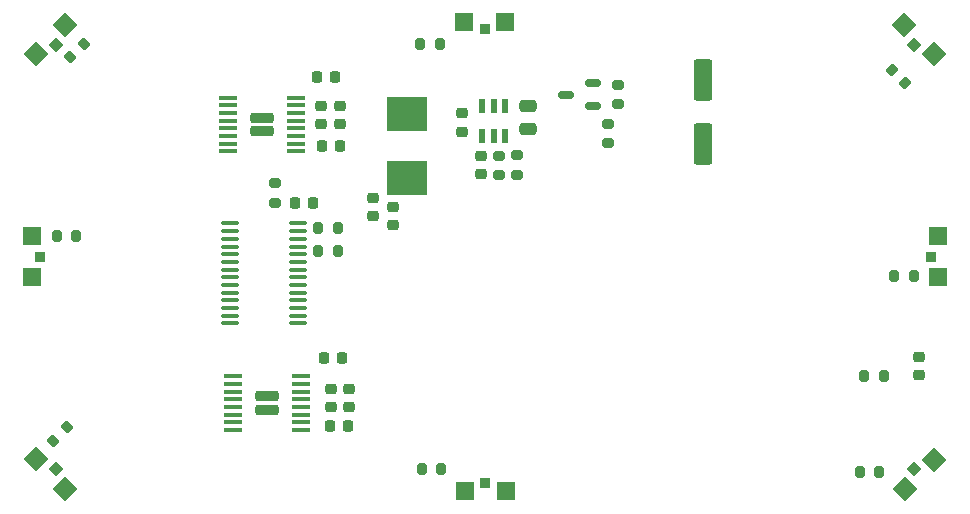
<source format=gbr>
%TF.GenerationSoftware,KiCad,Pcbnew,9.0.0*%
%TF.CreationDate,2025-06-23T21:36:03+01:00*%
%TF.ProjectId,TankHull,54616e6b-4875-46c6-9c2e-6b696361645f,rev?*%
%TF.SameCoordinates,Original*%
%TF.FileFunction,Paste,Top*%
%TF.FilePolarity,Positive*%
%FSLAX46Y46*%
G04 Gerber Fmt 4.6, Leading zero omitted, Abs format (unit mm)*
G04 Created by KiCad (PCBNEW 9.0.0) date 2025-06-23 21:36:03*
%MOMM*%
%LPD*%
G01*
G04 APERTURE LIST*
G04 Aperture macros list*
%AMRoundRect*
0 Rectangle with rounded corners*
0 $1 Rounding radius*
0 $2 $3 $4 $5 $6 $7 $8 $9 X,Y pos of 4 corners*
0 Add a 4 corners polygon primitive as box body*
4,1,4,$2,$3,$4,$5,$6,$7,$8,$9,$2,$3,0*
0 Add four circle primitives for the rounded corners*
1,1,$1+$1,$2,$3*
1,1,$1+$1,$4,$5*
1,1,$1+$1,$6,$7*
1,1,$1+$1,$8,$9*
0 Add four rect primitives between the rounded corners*
20,1,$1+$1,$2,$3,$4,$5,0*
20,1,$1+$1,$4,$5,$6,$7,0*
20,1,$1+$1,$6,$7,$8,$9,0*
20,1,$1+$1,$8,$9,$2,$3,0*%
%AMRotRect*
0 Rectangle, with rotation*
0 The origin of the aperture is its center*
0 $1 length*
0 $2 width*
0 $3 Rotation angle, in degrees counterclockwise*
0 Add horizontal line*
21,1,$1,$2,0,0,$3*%
G04 Aperture macros list end*
%ADD10RotRect,0.900000X0.900000X135.000000*%
%ADD11RotRect,1.500000X1.500000X135.000000*%
%ADD12RoundRect,0.200000X0.200000X0.275000X-0.200000X0.275000X-0.200000X-0.275000X0.200000X-0.275000X0*%
%ADD13RoundRect,0.200000X-0.200000X-0.275000X0.200000X-0.275000X0.200000X0.275000X-0.200000X0.275000X0*%
%ADD14R,0.900000X0.900000*%
%ADD15R,1.500000X1.500000*%
%ADD16RoundRect,0.225000X-0.250000X0.225000X-0.250000X-0.225000X0.250000X-0.225000X0.250000X0.225000X0*%
%ADD17RotRect,0.900000X0.900000X225.000000*%
%ADD18RotRect,1.500000X1.500000X225.000000*%
%ADD19RoundRect,0.200000X-0.275000X0.200000X-0.275000X-0.200000X0.275000X-0.200000X0.275000X0.200000X0*%
%ADD20RoundRect,0.225000X0.250000X-0.225000X0.250000X0.225000X-0.250000X0.225000X-0.250000X-0.225000X0*%
%ADD21RoundRect,0.225000X-0.225000X-0.250000X0.225000X-0.250000X0.225000X0.250000X-0.225000X0.250000X0*%
%ADD22R,0.600000X1.200000*%
%ADD23RoundRect,0.100000X-0.637500X-0.100000X0.637500X-0.100000X0.637500X0.100000X-0.637500X0.100000X0*%
%ADD24RoundRect,0.150000X0.512500X0.150000X-0.512500X0.150000X-0.512500X-0.150000X0.512500X-0.150000X0*%
%ADD25RoundRect,0.232500X-0.757500X-0.232500X0.757500X-0.232500X0.757500X0.232500X-0.757500X0.232500X0*%
%ADD26RoundRect,0.100000X-0.687500X-0.100000X0.687500X-0.100000X0.687500X0.100000X-0.687500X0.100000X0*%
%ADD27RotRect,0.900000X0.900000X315.000000*%
%ADD28RotRect,1.500000X1.500000X315.000000*%
%ADD29RoundRect,0.200000X-0.053033X0.335876X-0.335876X0.053033X0.053033X-0.335876X0.335876X-0.053033X0*%
%ADD30RoundRect,0.200000X0.053033X-0.335876X0.335876X-0.053033X-0.053033X0.335876X-0.335876X0.053033X0*%
%ADD31RoundRect,0.225000X0.225000X0.250000X-0.225000X0.250000X-0.225000X-0.250000X0.225000X-0.250000X0*%
%ADD32RoundRect,0.250000X-0.550000X1.500000X-0.550000X-1.500000X0.550000X-1.500000X0.550000X1.500000X0*%
%ADD33RoundRect,0.200000X0.275000X-0.200000X0.275000X0.200000X-0.275000X0.200000X-0.275000X-0.200000X0*%
%ADD34RoundRect,0.250000X0.475000X-0.250000X0.475000X0.250000X-0.475000X0.250000X-0.475000X-0.250000X0*%
%ADD35RotRect,0.900000X0.900000X45.000000*%
%ADD36RotRect,1.500000X1.500000X45.000000*%
%ADD37R,3.500000X2.950000*%
%ADD38RoundRect,0.200000X0.335876X0.053033X0.053033X0.335876X-0.335876X-0.053033X-0.053033X-0.335876X0*%
%ADD39RoundRect,0.218750X-0.256250X0.218750X-0.256250X-0.218750X0.256250X-0.218750X0.256250X0.218750X0*%
G04 APERTURE END LIST*
D10*
%TO.C,D3*%
X82060182Y-120579944D03*
D11*
X80363126Y-119802126D03*
X82838000Y-122277000D03*
%TD*%
D12*
%TO.C,R7*%
X151800000Y-120875000D03*
X150150000Y-120875000D03*
%TD*%
%TO.C,R10*%
X154713000Y-104252000D03*
X153063000Y-104252000D03*
%TD*%
D13*
%TO.C,R17*%
X150538000Y-112727000D03*
X152188000Y-112727000D03*
%TD*%
D14*
%TO.C,D2*%
X118438000Y-121835000D03*
D15*
X116688000Y-122485000D03*
X120188000Y-122485000D03*
%TD*%
D16*
%TO.C,C12*%
X105338000Y-113827000D03*
X105338000Y-115377000D03*
%TD*%
D17*
%TO.C,D1*%
X154765818Y-120629944D03*
D18*
X153988000Y-122327000D03*
X156462874Y-119852126D03*
%TD*%
D19*
%TO.C,R5*%
X100663000Y-96427000D03*
X100663000Y-98077000D03*
%TD*%
D20*
%TO.C,C13*%
X116488000Y-92052000D03*
X116488000Y-90502000D03*
%TD*%
D16*
%TO.C,C14*%
X118038000Y-94127000D03*
X118038000Y-95677000D03*
%TD*%
D19*
%TO.C,R6*%
X128788000Y-91389500D03*
X128788000Y-93039500D03*
%TD*%
D12*
%TO.C,R1*%
X105938000Y-102177000D03*
X104288000Y-102177000D03*
%TD*%
D21*
%TO.C,C2*%
X102313000Y-98052000D03*
X103863000Y-98052000D03*
%TD*%
D22*
%TO.C,PS1*%
X118188000Y-92452000D03*
X119138000Y-92452000D03*
X120088000Y-92452000D03*
X120088000Y-89852000D03*
X119138000Y-89852000D03*
X118188000Y-89852000D03*
%TD*%
D23*
%TO.C,U1*%
X96825500Y-99827000D03*
X96825500Y-100477000D03*
X96825500Y-101127000D03*
X96825500Y-101777000D03*
X96825500Y-102427000D03*
X96825500Y-103077000D03*
X96825500Y-103727000D03*
X96825500Y-104377000D03*
X96825500Y-105027000D03*
X96825500Y-105677000D03*
X96825500Y-106327000D03*
X96825500Y-106977000D03*
X96825500Y-107627000D03*
X96825500Y-108277000D03*
X102550500Y-108277000D03*
X102550500Y-107627000D03*
X102550500Y-106977000D03*
X102550500Y-106327000D03*
X102550500Y-105677000D03*
X102550500Y-105027000D03*
X102550500Y-104377000D03*
X102550500Y-103727000D03*
X102550500Y-103077000D03*
X102550500Y-102427000D03*
X102550500Y-101777000D03*
X102550500Y-101127000D03*
X102550500Y-100477000D03*
X102550500Y-99827000D03*
%TD*%
D24*
%TO.C,Q1*%
X127575500Y-89864500D03*
X127575500Y-87964500D03*
X125300500Y-88914500D03*
%TD*%
D25*
%TO.C,U2*%
X99513000Y-90872000D03*
X99513000Y-92032000D03*
D26*
X96650500Y-89177000D03*
X96650500Y-89827000D03*
X96650500Y-90477000D03*
X96650500Y-91127000D03*
X96650500Y-91777000D03*
X96650500Y-92427000D03*
X96650500Y-93077000D03*
X96650500Y-93727000D03*
X102375500Y-93727000D03*
X102375500Y-93077000D03*
X102375500Y-92427000D03*
X102375500Y-91777000D03*
X102375500Y-91127000D03*
X102375500Y-90477000D03*
X102375500Y-89827000D03*
X102375500Y-89177000D03*
%TD*%
D27*
%TO.C,D8*%
X154690944Y-84699182D03*
D28*
X156388000Y-85477000D03*
X153913126Y-83002126D03*
%TD*%
D16*
%TO.C,C5*%
X104538000Y-89877000D03*
X104538000Y-91427000D03*
%TD*%
%TO.C,C11*%
X106888000Y-113827000D03*
X106888000Y-115377000D03*
%TD*%
D29*
%TO.C,R12*%
X84421363Y-84593637D03*
X83254637Y-85760363D03*
%TD*%
D30*
%TO.C,R9*%
X81854637Y-118260363D03*
X83021363Y-117093637D03*
%TD*%
D12*
%TO.C,R2*%
X105938000Y-100252000D03*
X104288000Y-100252000D03*
%TD*%
D31*
%TO.C,C8*%
X106338000Y-111227000D03*
X104788000Y-111227000D03*
%TD*%
D32*
%TO.C,C15*%
X136888000Y-87677000D03*
X136888000Y-93077000D03*
%TD*%
D14*
%TO.C,D5*%
X80738000Y-102627000D03*
D15*
X80088000Y-100877000D03*
X80088000Y-104377000D03*
%TD*%
D16*
%TO.C,C7*%
X110617000Y-98412000D03*
X110617000Y-99962000D03*
%TD*%
%TO.C,C9*%
X108966000Y-97650000D03*
X108966000Y-99200000D03*
%TD*%
D33*
%TO.C,R16*%
X121138000Y-95702000D03*
X121138000Y-94052000D03*
%TD*%
D34*
%TO.C,C10*%
X122038000Y-91802000D03*
X122038000Y-89902000D03*
%TD*%
D13*
%TO.C,R11*%
X82163000Y-100877000D03*
X83813000Y-100877000D03*
%TD*%
D35*
%TO.C,D6*%
X82060182Y-84724056D03*
D36*
X82838000Y-83027000D03*
X80363126Y-85501874D03*
%TD*%
D31*
%TO.C,C1*%
X106163000Y-93277000D03*
X104613000Y-93277000D03*
%TD*%
D37*
%TO.C,L1*%
X111788000Y-90527000D03*
X111788000Y-95977000D03*
%TD*%
D33*
%TO.C,R15*%
X119588000Y-95727000D03*
X119588000Y-94077000D03*
%TD*%
D25*
%TO.C,U3*%
X99938000Y-114472000D03*
X99938000Y-115632000D03*
D26*
X97075500Y-112777000D03*
X97075500Y-113427000D03*
X97075500Y-114077000D03*
X97075500Y-114727000D03*
X97075500Y-115377000D03*
X97075500Y-116027000D03*
X97075500Y-116677000D03*
X97075500Y-117327000D03*
X102800500Y-117327000D03*
X102800500Y-116677000D03*
X102800500Y-116027000D03*
X102800500Y-115377000D03*
X102800500Y-114727000D03*
X102800500Y-114077000D03*
X102800500Y-113427000D03*
X102800500Y-112777000D03*
%TD*%
D38*
%TO.C,R14*%
X153999363Y-87959363D03*
X152832637Y-86792637D03*
%TD*%
D14*
%TO.C,D7*%
X118388000Y-83377000D03*
D15*
X120138000Y-82727000D03*
X116638000Y-82727000D03*
%TD*%
D31*
%TO.C,C6*%
X106838000Y-117002000D03*
X105288000Y-117002000D03*
%TD*%
%TO.C,C3*%
X105738000Y-87402000D03*
X104188000Y-87402000D03*
%TD*%
D39*
%TO.C,D9*%
X155194000Y-111099500D03*
X155194000Y-112674500D03*
%TD*%
D33*
%TO.C,R4*%
X129638000Y-89739500D03*
X129638000Y-88089500D03*
%TD*%
D12*
%TO.C,R8*%
X114713000Y-120577000D03*
X113063000Y-120577000D03*
%TD*%
D16*
%TO.C,C4*%
X106113000Y-89877000D03*
X106113000Y-91427000D03*
%TD*%
D14*
%TO.C,D4*%
X156138000Y-102627000D03*
D15*
X156788000Y-104377000D03*
X156788000Y-100877000D03*
%TD*%
D12*
%TO.C,R13*%
X114563000Y-84602000D03*
X112913000Y-84602000D03*
%TD*%
M02*

</source>
